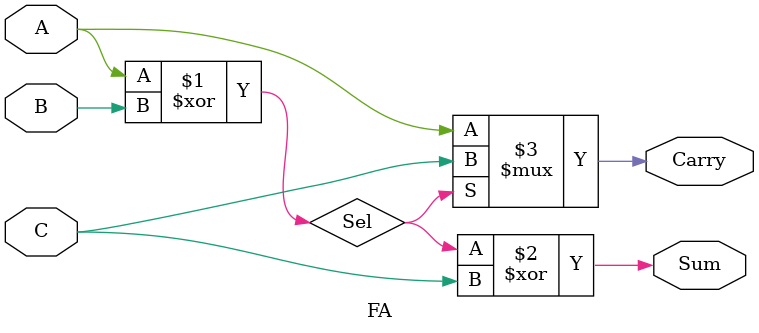
<source format=v>
module multiplier2(input [7:0] A, input [7:0] B,output wire [15:0] y);
wire  [63:0] pp;
wire [11:0]s1,c1;
wire [11:0]s2,c2;
wire [12:0]c3;

genvar i;
genvar j;
for(i = 0; i<8; i=i+1)begin
   for(j = 0; j<8;j = j+1)begin
      assign pp[j+i*8] = A[j]&B[i];
end
end

//stage1
HA h1(.a(pp[4]),.b(pp[11]),.Sum(s1[0]),.Carry(c1[0]));
HA h2(.a(pp[34]),.b(pp[41]),.Sum(s1[3]),.Carry(c1[3]));
HA h3(.a(pp[51]),.b(pp[58]),.Sum(s1[9]),.Carry(c1[9]));
HA h4(.a(pp[39]),.b(pp[46]),.Sum(s1[11]),.Carry(c1[11]));


FA f1(.A(pp[43]),.B(pp[50]),.C(pp[57]),.Sum(s1[7]),.Carry(c1[7]));

comp g1(.A(pp[5]), .B(pp[12]), .C(pp[19]), .D(pp[26]), .Sum(s1[1]), .Carry(c1[1]) );
comp g2(.A(pp[6]), .B(pp[13]), .C(pp[20]), .D(pp[27]), .Sum(s1[2]), .Carry(c1[2]) );
comp g3(.A(pp[7]), .B(pp[14]), .C(pp[21]), .D(pp[28]), .Sum(s1[4]), .Carry(c1[4]) );
comp g4(.A(pp[35]), .B(pp[42]), .C(pp[49]), .D(pp[56]), .Sum(s1[5]), .Carry(c1[5]) );
comp g5(.A(pp[15]), .B(pp[22]), .C(pp[29]), .D(pp[36]), .Sum(s1[6]), .Carry(c1[6]) );
comp g6(.A(pp[23]), .B(pp[30]), .C(pp[37]), .D(pp[44]), .Sum(s1[8]), .Carry(c1[8]) );
comp g7(.A(pp[31]), .B(pp[38]), .C(pp[45]), .D(pp[52]), .Sum(s1[10]), .Carry(c1[10]) );

//stage 2
HA h5(.a(pp[2]),.b(pp[9]),.Sum(s2[0]),.Carry(c2[0]));
HA h6(.a(pp[55]),.b(pp[62]),.Sum(s2[11]),.Carry(c2[11]));

comp g8(.A(pp[3]), .B(pp[10]), .C(pp[17]), .D(pp[24]), .Sum(s2[1]), .Carry(c2[1]) );
comp g9(.A(s1[0]), .B(pp[18]), .C(pp[25]), .D(pp[32]), .Sum(s2[2]), .Carry(c2[2]) );
comp g10(.A(s1[1]), .B(c1[0]), .C(pp[33]), .D(pp[40]), .Sum(s2[3]), .Carry(c2[3]) );
comp g11(.A(s1[2]), .B(c1[1]), .C(s1[3]), .D(pp[48]), .Sum(s2[4]), .Carry(c2[4]) );
comp g12(.A(s1[4]), .B(c1[2]), .C(s1[5]), .D(c1[3]), .Sum(s2[5]), .Carry(c2[5]) );
comp g13(.A(s1[6]), .B(c1[4]), .C(s1[7]), .D(c1[5]), .Sum(s2[6]), .Carry(c2[6]) );
comp g14(.A(s1[8]), .B(c1[6]), .C(s1[9]), .D(c1[7]), .Sum(s2[7]), .Carry(c2[7]) );
comp g15(.A(s1[10]), .B(c1[8]), .C(pp[59]), .D(c1[9]), .Sum(s2[8]), .Carry(c2[8]) );
comp g16(.A(s1[11]), .B(c1[10]), .C(pp[23]), .D(pp[60]), .Sum(s2[9]), .Carry(c2[9]) );
comp g17(.A(pp[47]), .B(c1[11]), .C(pp[54]), .D(pp[61]), .Sum(s2[10]), .Carry(c2[10]) );



//stage 3
HA h7(.a(pp[1]),.b(pp[8]),.Sum(y[1]),.Carry(c3[0]));

FA f2(.A(s2[0]),.B(pp[16]),.C(c3[0]),.Sum(y[2]),.Carry(c3[1]));
FA f3(.A(s2[1]),.B(c2[0]),.C(c3[1]),.Sum(y[3]),.Carry(c3[2]));
FA f4(.A(s2[2]),.B(c2[1]),.C(c3[2]),.Sum(y[4]),.Carry(c3[3]));
FA f5(.A(s2[3]),.B(c2[2]),.C(c3[3]),.Sum(y[5]),.Carry(c3[4]));
FA f6(.A(s2[4]),.B(c2[3]),.C(c3[4]),.Sum(y[6]),.Carry(c3[5]));
FA f7(.A(s2[5]),.B(c2[4]),.C(c3[5]),.Sum(y[7]),.Carry(c3[6]));
FA f8(.A(s2[6]),.B(c2[5]),.C(c3[6]),.Sum(y[8]),.Carry(c3[7]));
FA f9(.A(s2[7]),.B(c2[6]),.C(c3[7]),.Sum(y[9]),.Carry(c3[8]));
FA f10(.A(s2[8]),.B(c2[7]),.C(c3[8]),.Sum(y[10]),.Carry(c3[9]));
FA f11(.A(s2[9]),.B(c2[8]),.C(c3[9]),.Sum(y[11]),.Carry(c3[10]));
FA f12(.A(s2[10]),.B(c2[9]),.C(c3[10]),.Sum(y[12]),.Carry(c3[11]));
FA f13(.A(s2[11]),.B(c2[10]),.C(c3[11]),.Sum(y[13]),.Carry(c3[12]));
FA f14(.A(pp[63]),.B(c2[11]),.C(c3[12]),.Sum(y[14]),.Carry(y[15]));

assign y[0] =  pp[0];


endmodule


module comp(input A,B,C,D, output Sum,Carry);

assign Sum= (~(A^B))|(~(C^D));
assign Carry = (A | B) & (C | D);

endmodule

module HA(a, b, Sum,Carry);

input a, b; 
output Sum, Carry; 

assign Sum = a ^ b; 
assign Carry = a & b; 

endmodule
module FA(input A,B,C,output Sum,Carry);
wire Sel;
assign Sel=A^B;
assign Sum=Sel^C;
assign Carry = Sel ? C :A ;
endmodule
</source>
